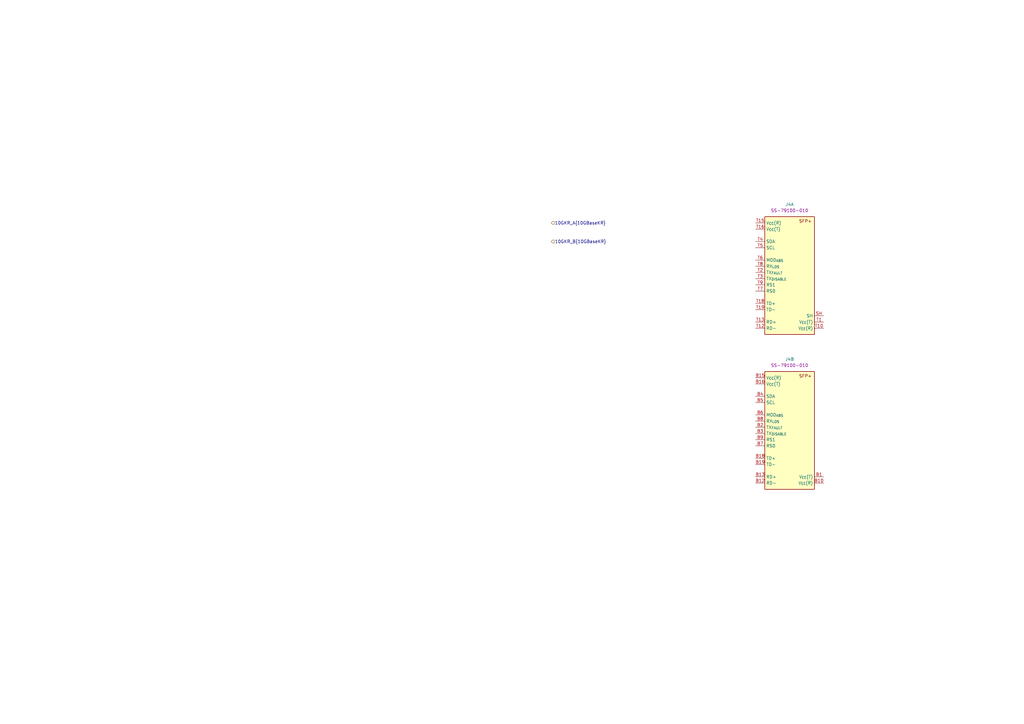
<source format=kicad_sch>
(kicad_sch (version 20230121) (generator eeschema)
  (paper "A3")
  (title_block (title "Com Express 7 baseboard") (date "2024-03-22") (rev "1.0.0") (company "Antmicro Ltd."))
  (lib_symbols
    (symbol "antmicroEdgeConnectors:SFP+_Bel_SS-79100-010"
      (property "Reference" "J" (at 41.91 -2.54 0))
      (property "MPN" "SS-79100-010" (at 41.91 -5.08 0))
      (symbol "SFP+_Bel_SS-79100-010_1_1"
        (rectangle (start 3.81 2.54) (end 24.13 -45.72) (stroke (width 0.254)) (fill (type background)))
        (text "SFP+\n" (at 17.78 0 0) (effects (font (size 1.27 1.27)) (justify left bottom)))
        (pin passive line (at 27.94 -38.1 180) (length 3.81) (name "SH") (number "SH"))
        (pin passive line (at 27.94 -40.64 180) (length 3.81) (name "V_{EE}(T)") (number "T1"))
        (pin passive line (at 27.94 -43.18 180) (length 3.81) (name "V_{EE}(R)") (number "T10"))
        (pin passive line (at 27.94 -43.18 180) (length 3.81) hide (name "V_{EE}(R)") (number "T11"))
        (pin output line (at 0 -43.18 0) (length 3.81) (name "RD-") (number "T12"))
        (pin output line (at 0 -40.64 0) (length 3.81) (name "RD+") (number "T13"))
        (pin passive line (at 27.94 -43.18 180) (length 3.81) hide (name "V_{EE}(R)") (number "T14"))
        (pin power_in line (at 0 0 0) (length 3.81) (name "V_{CC}(R)") (number "T15"))
        (pin power_in line (at 0 -2.54 0) (length 3.81) (name "V_{CC}(T)") (number "T16"))
        (pin passive line (at 27.94 -40.64 180) (length 3.81) hide (name "V_{EE}(T)") (number "T17"))
        (pin input line (at 0 -33.02 0) (length 3.81) (name "TD+") (number "T18"))
        (pin input line (at 0 -35.56 0) (length 3.81) (name "TD-") (number "T19"))
        (pin open_collector line (at 0 -20.32 0) (length 3.81) (name "TX_{FAULT}") (number "T2"))
        (pin passive line (at 27.94 -40.64 180) (length 3.81) hide (name "V_{EE}(T)") (number "T20"))
        (pin input line (at 0 -22.86 0) (length 3.81) (name "TX_{DISABLE}") (number "T3"))
        (pin bidirectional line (at 0 -7.62 0) (length 3.81) (name "SDA") (number "T4"))
        (pin bidirectional line (at 0 -10.16 0) (length 3.81) (name "SCL") (number "T5"))
        (pin passive line (at 0 -15.24 0) (length 3.81) (name "MOD_{ABS}") (number "T6"))
        (pin input line (at 0 -27.94 0) (length 3.81) (name "RS0") (number "T7"))
        (pin open_collector line (at 0 -17.78 0) (length 3.81) (name "RX_{LOS}") (number "T8"))
        (pin input line (at 0 -25.4 0) (length 3.81) (name "RS1") (number "T9"))
      )
      (symbol "SFP+_Bel_SS-79100-010_2_1"
        (rectangle (start 3.81 2.54) (end 24.13 -45.72) (stroke (width 0.254)) (fill (type background)))
        (text "SFP+\n" (at 17.78 0 0) (effects (font (size 1.27 1.27)) (justify left bottom)))
        (pin passive line (at 27.94 -40.64 180) (length 3.81) (name "V_{EE}(T)") (number "B1"))
        (pin passive line (at 27.94 -43.18 180) (length 3.81) (name "V_{EE}(R)") (number "B10"))
        (pin passive line (at 27.94 -43.18 180) (length 3.81) hide (name "V_{EE}(R)") (number "B11"))
        (pin output line (at 0 -43.18 0) (length 3.81) (name "RD-") (number "B12"))
        (pin output line (at 0 -40.64 0) (length 3.81) (name "RD+") (number "B13"))
        (pin passive line (at 27.94 -43.18 180) (length 3.81) hide (name "V_{EE}(R)") (number "B14"))
        (pin power_in line (at 0 0 0) (length 3.81) (name "V_{CC}(R)") (number "B15"))
        (pin power_in line (at 0 -2.54 0) (length 3.81) (name "V_{CC}(T)") (number "B16"))
        (pin passive line (at 27.94 -40.64 180) (length 3.81) hide (name "V_{EE}(T)") (number "B17"))
        (pin input line (at 0 -33.02 0) (length 3.81) (name "TD+") (number "B18"))
        (pin input line (at 0 -35.56 0) (length 3.81) (name "TD-") (number "B19"))
        (pin open_collector line (at 0 -20.32 0) (length 3.81) (name "TX_{FAULT}") (number "B2"))
        (pin passive line (at 27.94 -40.64 180) (length 3.81) hide (name "V_{EE}(T)") (number "B20"))
        (pin input line (at 0 -22.86 0) (length 3.81) (name "TX_{DISABLE}") (number "B3"))
        (pin bidirectional line (at 0 -7.62 0) (length 3.81) (name "SDA") (number "B4"))
        (pin bidirectional line (at 0 -10.16 0) (length 3.81) (name "SCL") (number "B5"))
        (pin passive line (at 0 -15.24 0) (length 3.81) (name "MOD_{ABS}") (number "B6"))
        (pin input line (at 0 -27.94 0) (length 3.81) (name "RS0") (number "B7"))
        (pin open_collector line (at 0 -17.78 0) (length 3.81) (name "RX_{LOS}") (number "B8"))
        (pin input line (at 0 -25.4 0) (length 3.81) (name "RS1") (number "B9"))
      )
    )
  )
  (hierarchical_label "10GKR_B{10GBaseKR}" (shape input) (at 226.06 99.06 0))
  (hierarchical_label "10GKR_A{10GBaseKR}" (shape input) (at 226.06 91.44 0))
  (symbol (lib_id "antmicroEdgeConnectors:SFP+_Bel_SS-79100-010") (at 309.88 91.44 0) (unit 1)
    (property "Reference" "J4" (at 323.85 83.82 0))
    (property "Value" "SFP+_Bel_SS-79100-010" (effects hide))
    (property "Footprint" "antmicro-footprints:SFP_SS-79100-010" (effects hide))
    (property "Datasheet" "https://www.belfuse.com/resources/datasheets/stewartconnector/ds-STW-SFP-cages.pdf" (effects hide))
    (property "MPN" "SS-79100-010" (at 323.85 86.36 0))
    (property "Manufacturer" "Bel Fuse" (effects hide))
    (property "Author" "Antmicro" (effects hide))
    (property "License" "Apache-2.0" (effects hide))
  )
  (symbol (lib_id "antmicroEdgeConnectors:SFP+_Bel_SS-79100-010") (at 309.88 154.94 0) (unit 2)
    (property "Reference" "J4" (at 323.85 147.32 0))
    (property "Value" "SFP+_Bel_SS-79100-010" (effects hide))
    (property "Footprint" "antmicro-footprints:SFP_SS-79100-010" (effects hide))
    (property "Datasheet" "https://www.belfuse.com/resources/datasheets/stewartconnector/ds-STW-SFP-cages.pdf" (effects hide))
    (property "MPN" "SS-79100-010" (at 323.85 149.86 0))
    (property "Manufacturer" "Bel Fuse" (effects hide))
    (property "Author" "Antmicro" (effects hide))
    (property "License" "Apache-2.0" (effects hide))
  )
)
</source>
